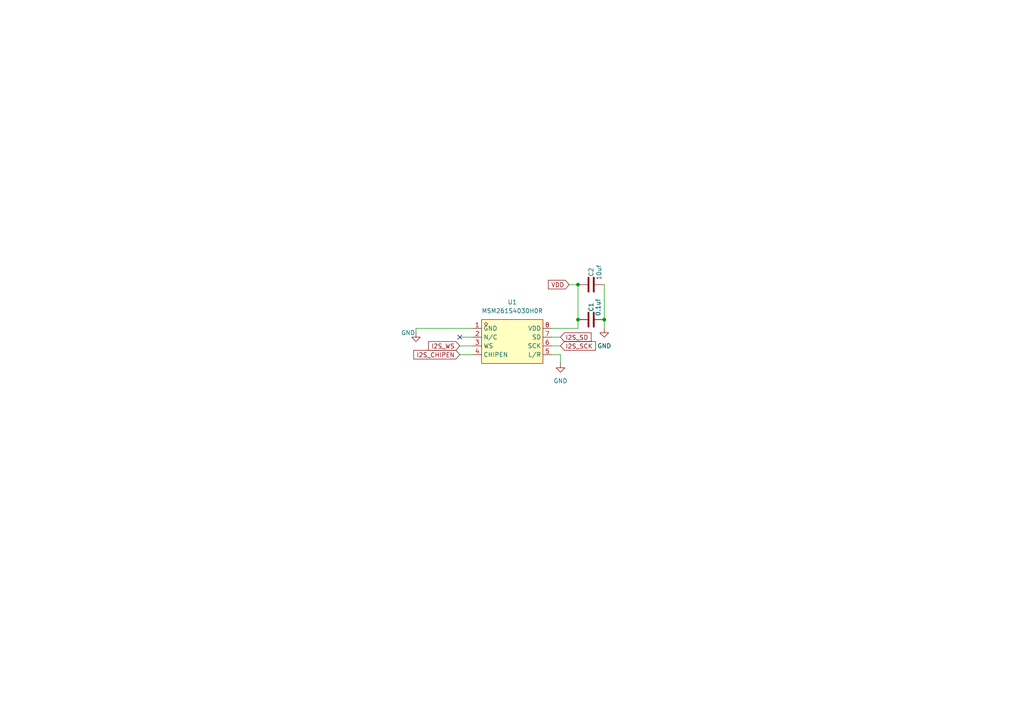
<source format=kicad_sch>
(kicad_sch (version 20231120) (generator "eeschema") (generator_version "8.0")
  (paper "A4")
  (lib_symbols
    (symbol "Device:C" (pin_numbers hide) (pin_names (offset 0.254))
      (property "Reference" "C" (at 0.635 2.54 0))
      (property "Value" "C" (at 0.635 -2.54 0))
      (symbol "C_0_1"
        (polyline (pts (xy -2.032 -0.762) (xy 2.032 -0.762)) (stroke (width 0.508)))
        (polyline (pts (xy -2.032 0.762) (xy 2.032 0.762)) (stroke (width 0.508)))
      )
      (symbol "C_1_1"
        (pin passive line (at 0 3.81 270) (length 2.794) (name "~") (number "1"))
        (pin passive line (at 0 -3.81 90) (length 2.794) (name "~") (number "2"))
      )
    )
    (symbol "easyeda2kicad:MSM261S4030H0R"
      (property "Reference" "U" (at 0 8.89 0))
      (property "Value" "MSM261S4030H0R" (at 0 -8.89 0))
      (symbol "MSM261S4030H0R_0_1"
        (rectangle (start -8.89 6.35) (end 8.89 -6.35) (fill (type background)))
        (circle (center -7.62 5.08) (radius 0.38))
        (pin unspecified line (at -11.43 3.81 0) (length 2.54) (name "GND") (number "1"))
        (pin unspecified line (at -11.43 1.27 0) (length 2.54) (name "N/C") (number "2"))
        (pin unspecified line (at -11.43 -1.27 0) (length 2.54) (name "WS") (number "3"))
        (pin unspecified line (at -11.43 -3.81 0) (length 2.54) (name "CHIPEN") (number "4"))
        (pin unspecified line (at 11.43 -3.81 180) (length 2.54) (name "L/R") (number "5"))
        (pin unspecified line (at 11.43 -1.27 180) (length 2.54) (name "SCK") (number "6"))
        (pin unspecified line (at 11.43 1.27 180) (length 2.54) (name "SD") (number "7"))
        (pin unspecified line (at 11.43 3.81 180) (length 2.54) (name "VDD") (number "8"))
      )
    )
    (symbol "power:GND" (power) (pin_numbers hide) (pin_names (offset 0) hide)
      (property "Value" "GND" (at 0 -3.81 0))
      (symbol "GND_0_1"
        (polyline (pts (xy 0 0) (xy 0 -1.27) (xy 1.27 -1.27) (xy 0 -2.54) (xy -1.27 -1.27) (xy 0 -1.27)))
      )
      (symbol "GND_1_1"
        (pin power_in line (at 0 0 270) (length 0) (name "~") (number "1"))
      )
    )
  )
  (junction (at 175.26 92.71))
  (junction (at 167.64 82.55))
  (junction (at 167.64 92.71))
  (no_connect (at 133.35 97.79))
  (wire (pts (xy 167.64 92.71) (xy 167.64 95.25)))
  (wire (pts (xy 162.56 102.87) (xy 162.56 105.41)))
  (wire (pts (xy 175.26 92.71) (xy 175.26 95.25)))
  (wire (pts (xy 133.35 97.79) (xy 137.16 97.79)))
  (wire (pts (xy 167.64 95.25) (xy 160.02 95.25)))
  (wire (pts (xy 120.65 95.25) (xy 120.65 96.52)))
  (wire (pts (xy 165.1 82.55) (xy 167.64 82.55)))
  (wire (pts (xy 167.64 82.55) (xy 167.64 92.71)))
  (wire (pts (xy 120.65 95.25) (xy 137.16 95.25)))
  (wire (pts (xy 160.02 100.33) (xy 162.56 100.33)))
  (wire (pts (xy 160.02 97.79) (xy 162.56 97.79)))
  (wire (pts (xy 162.56 102.87) (xy 160.02 102.87)))
  (wire (pts (xy 133.35 100.33) (xy 137.16 100.33)))
  (wire (pts (xy 175.26 92.71) (xy 175.26 82.55)))
  (wire (pts (xy 133.35 102.87) (xy 137.16 102.87)))
  (global_label "I2S_WS" (shape input) (at 133.35 100.33 180) (property "Intersheetrefs" "${INTERSHEET_REFS}" (effects (hide yes))))
  (global_label "I2S_CHIPEN" (shape input) (at 133.35 102.87 180) (property "Intersheetrefs" "${INTERSHEET_REFS}" (effects (hide yes))))
  (global_label "VDD" (shape input) (at 165.1 82.55 180) (property "Intersheetrefs" "${INTERSHEET_REFS}" (effects (hide yes))))
  (global_label "I2S_SCK" (shape input) (at 162.56 100.33 0) (property "Intersheetrefs" "${INTERSHEET_REFS}" (effects (hide yes))))
  (global_label "I2S_SD" (shape input) (at 162.56 97.79 0) (property "Intersheetrefs" "${INTERSHEET_REFS}" (effects (hide yes))))
  (symbol (lib_id "power:GND") (at 175.26 95.25 0) (unit 1)
    (property "Reference" "#PWR03" (effects (hide yes)))
    (property "Value" "GND" (at 175.26 100.33 0))
    (property "Description" "Power symbol creates a global label with name \"GND\" , ground" (effects (hide yes)))
  )
  (symbol (lib_id "Device:C") (at 171.45 92.71 90) (unit 1)
    (property "Reference" "C1" (at 171.45 90.424 0) (effects (justify left)))
    (property "Value" "0.1uf" (at 173.482 91.694 0) (effects (justify left)))
    (property "Description" "Unpolarized capacitor" (effects (hide yes)))
  )
  (symbol (lib_id "power:GND") (at 162.56 105.41 0) (unit 1)
    (property "Reference" "#PWR01" (effects (hide yes)))
    (property "Value" "GND" (at 162.56 110.49 0))
    (property "Description" "Power symbol creates a global label with name \"GND\" , ground" (effects (hide yes)))
  )
  (symbol (lib_id "power:GND") (at 120.65 96.52 0) (unit 1)
    (property "Reference" "#PWR02" (effects (hide yes)))
    (property "Value" "GND" (at 118.364 96.52 0))
    (property "Description" "Power symbol creates a global label with name \"GND\" , ground" (effects (hide yes)))
  )
  (symbol (lib_id "easyeda2kicad:MSM261S4030H0R") (at 148.59 99.06 0) (unit 1)
    (property "Reference" "U1" (at 148.59 87.63 0))
    (property "Value" "MSM261S4030H0R" (at 148.59 90.17 0))
    (property "Footprint" "easyeda2kicad:LGA-8_L4.0-W3.0-P1.00-BL" (effects (hide yes)))
    (property "LCSC Part" "C2840615" (effects (hide yes)))
  )
  (symbol (lib_id "Device:C") (at 171.45 82.55 90) (unit 1)
    (property "Reference" "C2" (at 171.45 80.264 0) (effects (justify left)))
    (property "Value" "10uf" (at 173.736 81.28 0) (effects (justify left)))
    (property "Description" "Unpolarized capacitor" (effects (hide yes)))
  )
)
</source>
